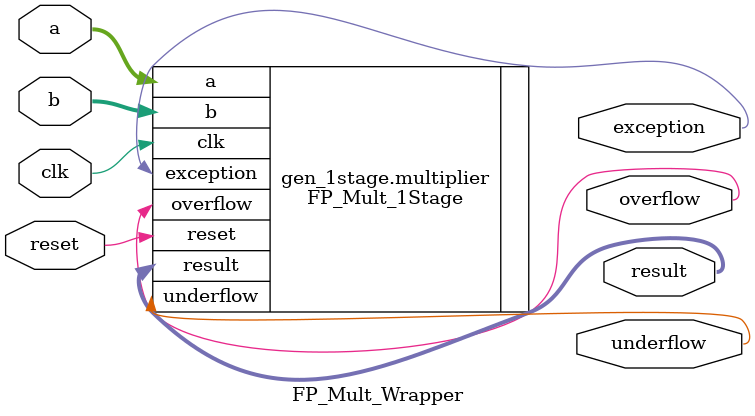
<source format=sv>
module FP_Mult_Wrapper #(
    parameter STAGES = 1  // 1, 2, 3, or 4 stages
) (
    input clk,
    input reset,
    input [31:0] a,
    input [31:0] b,
    output [31:0] result,
    output exception,
    output overflow,
    output underflow
);

generate
    if (STAGES == 1) begin : gen_1stage
        FP_Mult_1Stage multiplier (
            .clk(clk),
            .reset(reset),
            .a(a),
            .b(b),
            .result(result),
            .exception(exception),
            .overflow(overflow),
            .underflow(underflow)
        );
    end else if (STAGES == 2) begin : gen_2stage
        FP_Mult_2Stage multiplier (
            .clk(clk),
            .reset(reset),
            .a(a),
            .b(b),
            .result(result),
            .exception(exception),
            .overflow(overflow),
            .underflow(underflow)
        );
    end else if (STAGES == 3) begin : gen_3stage
        FP_Mult_3Stage multiplier (
            .clk(clk),
            .reset(reset),
            .a(a),
            .b(b),
            .result(result),
            .exception(exception),
            .overflow(overflow),
            .underflow(underflow)
        );
    end else if (STAGES == 4) begin : gen_4stage
        FP_Mult_4Stage multiplier (
            .clk(clk),
            .reset(reset),
            .a(a),
            .b(b),
            .result(result),
            .exception(exception),
            .overflow(overflow),
            .underflow(underflow)
        );
    end else begin : gen_error
        // Unsupported stage count - generate compile error
        initial begin
            $error("Unsupported STAGES parameter: %d. Must be 1, 2, 3, or 4.", STAGES);
        end
    end
endgenerate

endmodule
</source>
